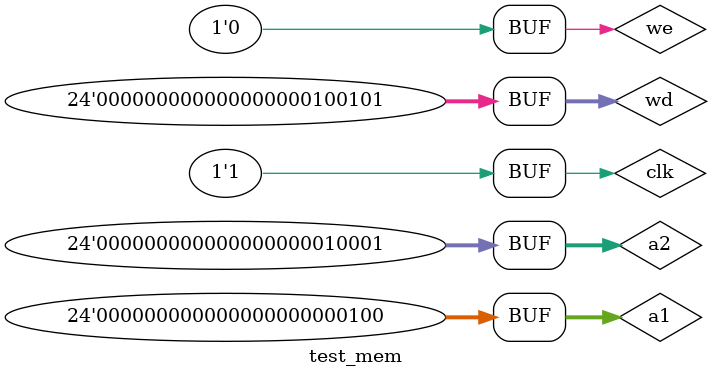
<source format=sv>
`timescale 1 ns / 1 ns
module test_mem();


	parameter WIDTH = 24;
	parameter PIXEL = 8;
	parameter INSTRUCTIONWIDTH = 24;
	logic clk, we;
	logic [WIDTH-1:0] a1, a2, wd;
	logic [INSTRUCTIONWIDTH-1:0] rd1;
	logic [WIDTH-1:0] rd2;
	
	topMemory #(WIDTH, INSTRUCTIONWIDTH) mem
  (clk, we,
	a1, a2, wd,
	rd1,
	rd2);
		
	initial 
	begin
	
		we = 1;
	   a1 = 0;
		a2 = 17;
		wd = 8'h25;
		
	   clk = 0;		
		#10;
	   clk = 1;
		#10;
		we = 0;
		a1 = a1+1;
		a2 = 7;
	   clk = 0;
		#10;
	   clk = 1;
		#10;
		a1 = a1+1;
	   clk = 0;
		#10;
	   clk = 1;
		#10;
		a1 = a1+1;
	   clk = 0;
		we = 1;
		#10;
	   clk = 1;
		#10;
		we = 0;
		a2 = 17;
		a1 = a1+1;
	   clk = 0;
		#10;
	   clk = 1;
	end
	
endmodule 
</source>
